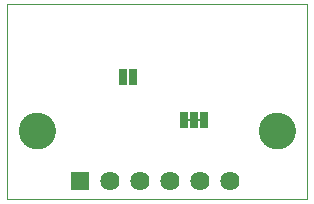
<source format=gbs>
G75*
%MOIN*%
%OFA0B0*%
%FSLAX25Y25*%
%IPPOS*%
%LPD*%
%AMOC8*
5,1,8,0,0,1.08239X$1,22.5*
%
%ADD10C,0.00000*%
%ADD11C,0.12211*%
%ADD12R,0.06400X0.06400*%
%ADD13C,0.06400*%
%ADD14R,0.02900X0.05400*%
%ADD15C,0.00800*%
D10*
X0001350Y0002094D02*
X0001350Y0067055D01*
X0101035Y0067055D01*
X0101035Y0002094D01*
X0001350Y0002094D01*
X0005287Y0024929D02*
X0005289Y0025082D01*
X0005295Y0025236D01*
X0005305Y0025389D01*
X0005319Y0025541D01*
X0005337Y0025694D01*
X0005359Y0025845D01*
X0005384Y0025996D01*
X0005414Y0026147D01*
X0005448Y0026297D01*
X0005485Y0026445D01*
X0005526Y0026593D01*
X0005571Y0026739D01*
X0005620Y0026885D01*
X0005673Y0027029D01*
X0005729Y0027171D01*
X0005789Y0027312D01*
X0005853Y0027452D01*
X0005920Y0027590D01*
X0005991Y0027726D01*
X0006066Y0027860D01*
X0006143Y0027992D01*
X0006225Y0028122D01*
X0006309Y0028250D01*
X0006397Y0028376D01*
X0006488Y0028499D01*
X0006582Y0028620D01*
X0006680Y0028738D01*
X0006780Y0028854D01*
X0006884Y0028967D01*
X0006990Y0029078D01*
X0007099Y0029186D01*
X0007211Y0029291D01*
X0007325Y0029392D01*
X0007443Y0029491D01*
X0007562Y0029587D01*
X0007684Y0029680D01*
X0007809Y0029769D01*
X0007936Y0029856D01*
X0008065Y0029938D01*
X0008196Y0030018D01*
X0008329Y0030094D01*
X0008464Y0030167D01*
X0008601Y0030236D01*
X0008740Y0030301D01*
X0008880Y0030363D01*
X0009022Y0030421D01*
X0009165Y0030476D01*
X0009310Y0030527D01*
X0009456Y0030574D01*
X0009603Y0030617D01*
X0009751Y0030656D01*
X0009900Y0030692D01*
X0010050Y0030723D01*
X0010201Y0030751D01*
X0010352Y0030775D01*
X0010505Y0030795D01*
X0010657Y0030811D01*
X0010810Y0030823D01*
X0010963Y0030831D01*
X0011116Y0030835D01*
X0011270Y0030835D01*
X0011423Y0030831D01*
X0011576Y0030823D01*
X0011729Y0030811D01*
X0011881Y0030795D01*
X0012034Y0030775D01*
X0012185Y0030751D01*
X0012336Y0030723D01*
X0012486Y0030692D01*
X0012635Y0030656D01*
X0012783Y0030617D01*
X0012930Y0030574D01*
X0013076Y0030527D01*
X0013221Y0030476D01*
X0013364Y0030421D01*
X0013506Y0030363D01*
X0013646Y0030301D01*
X0013785Y0030236D01*
X0013922Y0030167D01*
X0014057Y0030094D01*
X0014190Y0030018D01*
X0014321Y0029938D01*
X0014450Y0029856D01*
X0014577Y0029769D01*
X0014702Y0029680D01*
X0014824Y0029587D01*
X0014943Y0029491D01*
X0015061Y0029392D01*
X0015175Y0029291D01*
X0015287Y0029186D01*
X0015396Y0029078D01*
X0015502Y0028967D01*
X0015606Y0028854D01*
X0015706Y0028738D01*
X0015804Y0028620D01*
X0015898Y0028499D01*
X0015989Y0028376D01*
X0016077Y0028250D01*
X0016161Y0028122D01*
X0016243Y0027992D01*
X0016320Y0027860D01*
X0016395Y0027726D01*
X0016466Y0027590D01*
X0016533Y0027452D01*
X0016597Y0027312D01*
X0016657Y0027171D01*
X0016713Y0027029D01*
X0016766Y0026885D01*
X0016815Y0026739D01*
X0016860Y0026593D01*
X0016901Y0026445D01*
X0016938Y0026297D01*
X0016972Y0026147D01*
X0017002Y0025996D01*
X0017027Y0025845D01*
X0017049Y0025694D01*
X0017067Y0025541D01*
X0017081Y0025389D01*
X0017091Y0025236D01*
X0017097Y0025082D01*
X0017099Y0024929D01*
X0017097Y0024776D01*
X0017091Y0024622D01*
X0017081Y0024469D01*
X0017067Y0024317D01*
X0017049Y0024164D01*
X0017027Y0024013D01*
X0017002Y0023862D01*
X0016972Y0023711D01*
X0016938Y0023561D01*
X0016901Y0023413D01*
X0016860Y0023265D01*
X0016815Y0023119D01*
X0016766Y0022973D01*
X0016713Y0022829D01*
X0016657Y0022687D01*
X0016597Y0022546D01*
X0016533Y0022406D01*
X0016466Y0022268D01*
X0016395Y0022132D01*
X0016320Y0021998D01*
X0016243Y0021866D01*
X0016161Y0021736D01*
X0016077Y0021608D01*
X0015989Y0021482D01*
X0015898Y0021359D01*
X0015804Y0021238D01*
X0015706Y0021120D01*
X0015606Y0021004D01*
X0015502Y0020891D01*
X0015396Y0020780D01*
X0015287Y0020672D01*
X0015175Y0020567D01*
X0015061Y0020466D01*
X0014943Y0020367D01*
X0014824Y0020271D01*
X0014702Y0020178D01*
X0014577Y0020089D01*
X0014450Y0020002D01*
X0014321Y0019920D01*
X0014190Y0019840D01*
X0014057Y0019764D01*
X0013922Y0019691D01*
X0013785Y0019622D01*
X0013646Y0019557D01*
X0013506Y0019495D01*
X0013364Y0019437D01*
X0013221Y0019382D01*
X0013076Y0019331D01*
X0012930Y0019284D01*
X0012783Y0019241D01*
X0012635Y0019202D01*
X0012486Y0019166D01*
X0012336Y0019135D01*
X0012185Y0019107D01*
X0012034Y0019083D01*
X0011881Y0019063D01*
X0011729Y0019047D01*
X0011576Y0019035D01*
X0011423Y0019027D01*
X0011270Y0019023D01*
X0011116Y0019023D01*
X0010963Y0019027D01*
X0010810Y0019035D01*
X0010657Y0019047D01*
X0010505Y0019063D01*
X0010352Y0019083D01*
X0010201Y0019107D01*
X0010050Y0019135D01*
X0009900Y0019166D01*
X0009751Y0019202D01*
X0009603Y0019241D01*
X0009456Y0019284D01*
X0009310Y0019331D01*
X0009165Y0019382D01*
X0009022Y0019437D01*
X0008880Y0019495D01*
X0008740Y0019557D01*
X0008601Y0019622D01*
X0008464Y0019691D01*
X0008329Y0019764D01*
X0008196Y0019840D01*
X0008065Y0019920D01*
X0007936Y0020002D01*
X0007809Y0020089D01*
X0007684Y0020178D01*
X0007562Y0020271D01*
X0007443Y0020367D01*
X0007325Y0020466D01*
X0007211Y0020567D01*
X0007099Y0020672D01*
X0006990Y0020780D01*
X0006884Y0020891D01*
X0006780Y0021004D01*
X0006680Y0021120D01*
X0006582Y0021238D01*
X0006488Y0021359D01*
X0006397Y0021482D01*
X0006309Y0021608D01*
X0006225Y0021736D01*
X0006143Y0021866D01*
X0006066Y0021998D01*
X0005991Y0022132D01*
X0005920Y0022268D01*
X0005853Y0022406D01*
X0005789Y0022546D01*
X0005729Y0022687D01*
X0005673Y0022829D01*
X0005620Y0022973D01*
X0005571Y0023119D01*
X0005526Y0023265D01*
X0005485Y0023413D01*
X0005448Y0023561D01*
X0005414Y0023711D01*
X0005384Y0023862D01*
X0005359Y0024013D01*
X0005337Y0024164D01*
X0005319Y0024317D01*
X0005305Y0024469D01*
X0005295Y0024622D01*
X0005289Y0024776D01*
X0005287Y0024929D01*
X0085287Y0024929D02*
X0085289Y0025082D01*
X0085295Y0025236D01*
X0085305Y0025389D01*
X0085319Y0025541D01*
X0085337Y0025694D01*
X0085359Y0025845D01*
X0085384Y0025996D01*
X0085414Y0026147D01*
X0085448Y0026297D01*
X0085485Y0026445D01*
X0085526Y0026593D01*
X0085571Y0026739D01*
X0085620Y0026885D01*
X0085673Y0027029D01*
X0085729Y0027171D01*
X0085789Y0027312D01*
X0085853Y0027452D01*
X0085920Y0027590D01*
X0085991Y0027726D01*
X0086066Y0027860D01*
X0086143Y0027992D01*
X0086225Y0028122D01*
X0086309Y0028250D01*
X0086397Y0028376D01*
X0086488Y0028499D01*
X0086582Y0028620D01*
X0086680Y0028738D01*
X0086780Y0028854D01*
X0086884Y0028967D01*
X0086990Y0029078D01*
X0087099Y0029186D01*
X0087211Y0029291D01*
X0087325Y0029392D01*
X0087443Y0029491D01*
X0087562Y0029587D01*
X0087684Y0029680D01*
X0087809Y0029769D01*
X0087936Y0029856D01*
X0088065Y0029938D01*
X0088196Y0030018D01*
X0088329Y0030094D01*
X0088464Y0030167D01*
X0088601Y0030236D01*
X0088740Y0030301D01*
X0088880Y0030363D01*
X0089022Y0030421D01*
X0089165Y0030476D01*
X0089310Y0030527D01*
X0089456Y0030574D01*
X0089603Y0030617D01*
X0089751Y0030656D01*
X0089900Y0030692D01*
X0090050Y0030723D01*
X0090201Y0030751D01*
X0090352Y0030775D01*
X0090505Y0030795D01*
X0090657Y0030811D01*
X0090810Y0030823D01*
X0090963Y0030831D01*
X0091116Y0030835D01*
X0091270Y0030835D01*
X0091423Y0030831D01*
X0091576Y0030823D01*
X0091729Y0030811D01*
X0091881Y0030795D01*
X0092034Y0030775D01*
X0092185Y0030751D01*
X0092336Y0030723D01*
X0092486Y0030692D01*
X0092635Y0030656D01*
X0092783Y0030617D01*
X0092930Y0030574D01*
X0093076Y0030527D01*
X0093221Y0030476D01*
X0093364Y0030421D01*
X0093506Y0030363D01*
X0093646Y0030301D01*
X0093785Y0030236D01*
X0093922Y0030167D01*
X0094057Y0030094D01*
X0094190Y0030018D01*
X0094321Y0029938D01*
X0094450Y0029856D01*
X0094577Y0029769D01*
X0094702Y0029680D01*
X0094824Y0029587D01*
X0094943Y0029491D01*
X0095061Y0029392D01*
X0095175Y0029291D01*
X0095287Y0029186D01*
X0095396Y0029078D01*
X0095502Y0028967D01*
X0095606Y0028854D01*
X0095706Y0028738D01*
X0095804Y0028620D01*
X0095898Y0028499D01*
X0095989Y0028376D01*
X0096077Y0028250D01*
X0096161Y0028122D01*
X0096243Y0027992D01*
X0096320Y0027860D01*
X0096395Y0027726D01*
X0096466Y0027590D01*
X0096533Y0027452D01*
X0096597Y0027312D01*
X0096657Y0027171D01*
X0096713Y0027029D01*
X0096766Y0026885D01*
X0096815Y0026739D01*
X0096860Y0026593D01*
X0096901Y0026445D01*
X0096938Y0026297D01*
X0096972Y0026147D01*
X0097002Y0025996D01*
X0097027Y0025845D01*
X0097049Y0025694D01*
X0097067Y0025541D01*
X0097081Y0025389D01*
X0097091Y0025236D01*
X0097097Y0025082D01*
X0097099Y0024929D01*
X0097097Y0024776D01*
X0097091Y0024622D01*
X0097081Y0024469D01*
X0097067Y0024317D01*
X0097049Y0024164D01*
X0097027Y0024013D01*
X0097002Y0023862D01*
X0096972Y0023711D01*
X0096938Y0023561D01*
X0096901Y0023413D01*
X0096860Y0023265D01*
X0096815Y0023119D01*
X0096766Y0022973D01*
X0096713Y0022829D01*
X0096657Y0022687D01*
X0096597Y0022546D01*
X0096533Y0022406D01*
X0096466Y0022268D01*
X0096395Y0022132D01*
X0096320Y0021998D01*
X0096243Y0021866D01*
X0096161Y0021736D01*
X0096077Y0021608D01*
X0095989Y0021482D01*
X0095898Y0021359D01*
X0095804Y0021238D01*
X0095706Y0021120D01*
X0095606Y0021004D01*
X0095502Y0020891D01*
X0095396Y0020780D01*
X0095287Y0020672D01*
X0095175Y0020567D01*
X0095061Y0020466D01*
X0094943Y0020367D01*
X0094824Y0020271D01*
X0094702Y0020178D01*
X0094577Y0020089D01*
X0094450Y0020002D01*
X0094321Y0019920D01*
X0094190Y0019840D01*
X0094057Y0019764D01*
X0093922Y0019691D01*
X0093785Y0019622D01*
X0093646Y0019557D01*
X0093506Y0019495D01*
X0093364Y0019437D01*
X0093221Y0019382D01*
X0093076Y0019331D01*
X0092930Y0019284D01*
X0092783Y0019241D01*
X0092635Y0019202D01*
X0092486Y0019166D01*
X0092336Y0019135D01*
X0092185Y0019107D01*
X0092034Y0019083D01*
X0091881Y0019063D01*
X0091729Y0019047D01*
X0091576Y0019035D01*
X0091423Y0019027D01*
X0091270Y0019023D01*
X0091116Y0019023D01*
X0090963Y0019027D01*
X0090810Y0019035D01*
X0090657Y0019047D01*
X0090505Y0019063D01*
X0090352Y0019083D01*
X0090201Y0019107D01*
X0090050Y0019135D01*
X0089900Y0019166D01*
X0089751Y0019202D01*
X0089603Y0019241D01*
X0089456Y0019284D01*
X0089310Y0019331D01*
X0089165Y0019382D01*
X0089022Y0019437D01*
X0088880Y0019495D01*
X0088740Y0019557D01*
X0088601Y0019622D01*
X0088464Y0019691D01*
X0088329Y0019764D01*
X0088196Y0019840D01*
X0088065Y0019920D01*
X0087936Y0020002D01*
X0087809Y0020089D01*
X0087684Y0020178D01*
X0087562Y0020271D01*
X0087443Y0020367D01*
X0087325Y0020466D01*
X0087211Y0020567D01*
X0087099Y0020672D01*
X0086990Y0020780D01*
X0086884Y0020891D01*
X0086780Y0021004D01*
X0086680Y0021120D01*
X0086582Y0021238D01*
X0086488Y0021359D01*
X0086397Y0021482D01*
X0086309Y0021608D01*
X0086225Y0021736D01*
X0086143Y0021866D01*
X0086066Y0021998D01*
X0085991Y0022132D01*
X0085920Y0022268D01*
X0085853Y0022406D01*
X0085789Y0022546D01*
X0085729Y0022687D01*
X0085673Y0022829D01*
X0085620Y0022973D01*
X0085571Y0023119D01*
X0085526Y0023265D01*
X0085485Y0023413D01*
X0085448Y0023561D01*
X0085414Y0023711D01*
X0085384Y0023862D01*
X0085359Y0024013D01*
X0085337Y0024164D01*
X0085319Y0024317D01*
X0085305Y0024469D01*
X0085295Y0024622D01*
X0085289Y0024776D01*
X0085287Y0024929D01*
D11*
X0091193Y0024929D03*
X0011193Y0024929D03*
D12*
X0025563Y0008000D03*
D13*
X0035563Y0008000D03*
X0045563Y0008000D03*
X0055563Y0008000D03*
X0065563Y0008000D03*
X0075563Y0008000D03*
D14*
X0066702Y0028634D03*
X0063502Y0028634D03*
X0060302Y0028634D03*
X0043050Y0042894D03*
X0039850Y0042894D03*
D15*
X0060102Y0028634D02*
X0067002Y0028634D01*
M02*

</source>
